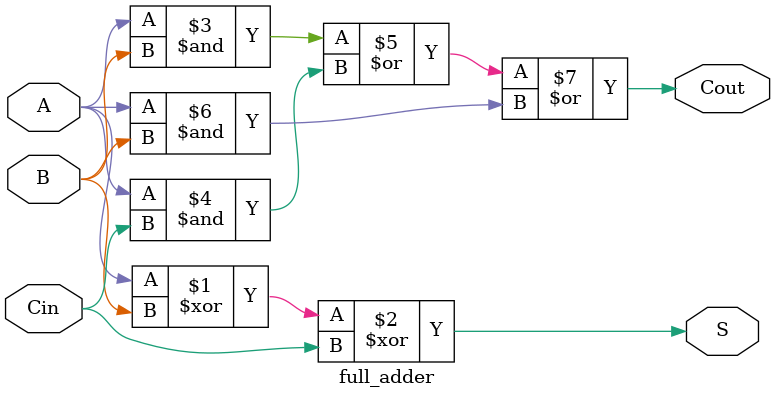
<source format=v>
`timescale 1ns / 1ps


module full_adder(

    input A,B,Cin,
    output S, Cout
    );
    
    assign S = A ^ B ^ Cin;
    assign Cout = (A&B) | (A&Cin) | (A&B);
    
endmodule

</source>
